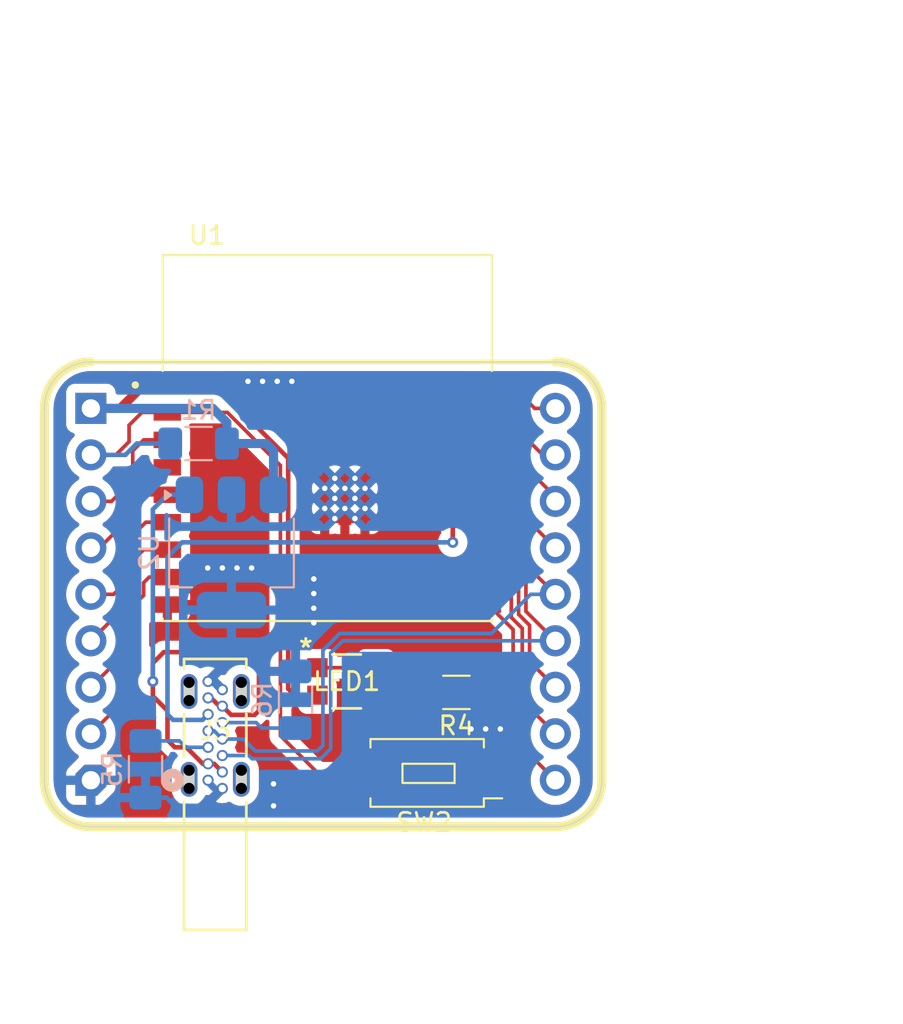
<source format=kicad_pcb>
(kicad_pcb (version 20240108) (generator "pcbnew") (generator_version "8.0")
  (layers (0 "F.Cu" signal) (31 "B.Cu" signal) (34 "B.Paste" user) (35 "F.Paste" user) (36 "B.SilkS" user "B.Silkscreen") (37 "F.SilkS" user "F.Silkscreen") (38 "B.Mask" user) (39 "F.Mask" user) (44 "Edge.Cuts" user))
  (net 0 "")
  (net 1 "GPIO3")
  (net 2 "GND")
  (net 3 "GPIO2")
  (net 4 "GPIO1")
  (net 5 "GPIO0")
  (net 6 "GPIO4")
  (net 7 "VBUS")
  (net 8 "GPIO7")
  (net 9 "USB_D+")
  (net 10 "UART-RX")
  (net 11 "USB_D-")
  (net 12 "GPIO5")
  (net 13 "GPIO8")
  (net 14 "UART-TX")
  (net 15 "GPIO10")
  (net 16 "EN")
  (net 17 "GPIO9")
  (net 18 "3V3")
  (net 19 "GPIO6")
  (net 21 "Net-(LED1-GND-Pad1)")
  (net 22 "Net-(J3-CC2)")
  (net 23 "Net-(J3-CC1)")
  (footprint "Alexander Footprint Library:ESP32-C3-WROOM-02-H4" (layer "F.Cu") (at 156.94 61.1)
    (property "Reference" "U1" (at -6.575 -11.085 0) (layer "F.SilkS"))
    (property "Value" "ESP32-C3-WROOM-02-N4")
    (fp_line (start -9 -10) (end -9 -3.67) (stroke (width 0.127)) (layer "F.SilkS"))
    (fp_line (start -9 10) (end -9 9.87) (stroke (width 0.127)) (layer "F.SilkS"))
    (fp_line (start -9 10) (end 9 10) (stroke (width 0.127)) (layer "F.SilkS"))
    (fp_line (start 9 -10) (end -9 -10) (stroke (width 0.127)) (layer "F.SilkS"))
    (fp_line (start 9 -3.67) (end 9 -10) (stroke (width 0.127)) (layer "F.SilkS"))
    (fp_line (start 9 10) (end 9 9.87) (stroke (width 0.127)) (layer "F.SilkS"))
    (fp_circle (center -10.5 -2.9) (end -10.4 -2.9) (stroke (width 0.2)) (fill none) (layer "F.SilkS"))
    (pad "1" smd rect (at -8.75 -2.9) (size 1.5 0.9) (layers "F.Cu" "F.Paste" "F.Mask") (net 18 "3V3"))
    (pad "2" smd rect (at -8.75 -1.4) (size 1.5 0.9) (layers "F.Cu" "F.Paste" "F.Mask") (net 16 "EN"))
    (pad "3" smd rect (at -8.75 0.1) (size 1.5 0.9) (layers "F.Cu" "F.Paste" "F.Mask") (net 6 "GPIO4"))
    (pad "4" smd rect (at -8.75 1.6) (size 1.5 0.9) (layers "F.Cu" "F.Paste" "F.Mask") (net 12 "GPIO5"))
    (pad "5" smd rect (at -8.75 3.1) (size 1.5 0.9) (layers "F.Cu" "F.Paste" "F.Mask") (net 19 "GPIO6"))
    (pad "6" smd rect (at -8.75 4.6) (size 1.5 0.9) (layers "F.Cu" "F.Paste" "F.Mask") (net 8 "GPIO7"))
    (pad "7" smd rect (at -8.75 6.1) (size 1.5 0.9) (layers "F.Cu" "F.Paste" "F.Mask") (net 13 "GPIO8"))
    (pad "8" smd rect (at -8.75 7.6) (size 1.5 0.9) (layers "F.Cu" "F.Paste" "F.Mask") (net 17 "GPIO9"))
    (pad "9" smd rect (at -8.75 9.1) (size 1.5 0.9) (layers "F.Cu" "F.Paste" "F.Mask") (net 2 "GND"))
    (pad "10" smd rect (at 8.75 9.1) (size 1.5 0.9) (layers "F.Cu" "F.Paste" "F.Mask") (net 15 "GPIO10"))
    (pad "11" smd rect (at 8.75 7.6) (size 1.5 0.9) (layers "F.Cu" "F.Paste" "F.Mask") (net 10 "UART-RX"))
    (pad "12" smd rect (at 8.75 6.1) (size 1.5 0.9) (layers "F.Cu" "F.Paste" "F.Mask") (net 14 "UART-TX"))
    (pad "13" smd rect (at 8.75 4.6) (size 1.5 0.9) (layers "F.Cu" "F.Paste" "F.Mask") (net 11 "USB_D-"))
    (pad "14" smd rect (at 8.75 3.1) (size 1.5 0.9) (layers "F.Cu" "F.Paste" "F.Mask") (net 9 "USB_D+"))
    (pad "15" smd rect (at 8.75 1.6) (size 1.5 0.9) (layers "F.Cu" "F.Paste" "F.Mask") (net 1 "GPIO3"))
    (pad "16" smd rect (at 8.75 0.1) (size 1.5 0.9) (layers "F.Cu" "F.Paste" "F.Mask") (net 3 "GPIO2"))
    (pad "17" smd rect (at 8.75 -1.4) (size 1.5 0.9) (layers "F.Cu" "F.Paste" "F.Mask") (net 4 "GPIO1"))
    (pad "18" smd rect (at 8.75 -2.9) (size 1.5 0.9) (layers "F.Cu" "F.Paste" "F.Mask") (net 5 "GPIO0"))
    (pad "19" smd rect (at -0.14 2.2) (size 0.7 0.7) (layers "F.Cu" "F.Paste" "F.Mask") (net 2 "GND"))
    (pad "20" smd rect (at 0.96 2.2) (size 0.7 0.7) (layers "F.Cu" "F.Paste" "F.Mask") (net 2 "GND"))
    (pad "21" smd rect (at 2.06 2.2) (size 0.7 0.7) (layers "F.Cu" "F.Paste" "F.Mask") (net 2 "GND"))
    (pad "22" smd rect (at -0.14 3.3) (size 0.7 0.7) (layers "F.Cu" "F.Paste" "F.Mask") (net 2 "GND"))
    (pad "23" smd rect (at 0.96 3.3) (size 0.7 0.7) (layers "F.Cu" "F.Paste" "F.Mask") (net 2 "GND"))
    (pad "24" smd rect (at 2.06 3.3) (size 0.7 0.7) (layers "F.Cu" "F.Paste" "F.Mask") (net 2 "GND"))
    (pad "25" smd rect (at -0.14 4.4) (size 0.7 0.7) (layers "F.Cu" "F.Paste" "F.Mask") (net 2 "GND"))
    (pad "26" smd rect (at 0.96 4.4) (size 0.7 0.7) (layers "F.Cu" "F.Paste" "F.Mask") (net 2 "GND"))
    (pad "27" smd rect (at 2.06 4.4) (size 0.7 0.7) (layers "F.Cu" "F.Paste" "F.Mask") (net 2 "GND"))
    (pad "28" thru_hole circle (at 0.41 2.2) (size 0.4 0.4) (drill 0.3) (layers "*.Cu") (net 2 "GND"))
    (pad "29" thru_hole circle (at 1.51 2.2) (size 0.4 0.4) (drill 0.3) (layers "*.Cu") (net 2 "GND"))
    (pad "30" thru_hole circle (at -0.14 2.75) (size 0.4 0.4) (drill 0.3) (layers "*.Cu") (net 2 "GND"))
    (pad "31" thru_hole circle (at 0.96 2.75) (size 0.4 0.4) (drill 0.3) (layers "*.Cu") (net 2 "GND"))
    (pad "32" thru_hole circle (at 2.06 2.75) (size 0.4 0.4) (drill 0.3) (layers "*.Cu") (net 2 "GND"))
    (pad "33" thru_hole circle (at 0.41 3.3) (size 0.4 0.4) (drill 0.3) (layers "*.Cu") (net 2 "GND"))
    (pad "34" thru_hole circle (at 1.51 3.3) (size 0.4 0.4) (drill 0.3) (layers "*.Cu") (net 2 "GND"))
    (pad "35" thru_hole circle (at -0.14 3.85) (size 0.4 0.4) (drill 0.3) (layers "*.Cu") (net 2 "GND"))
    (pad "36" thru_hole circle (at 0.96 3.85) (size 0.4 0.4) (drill 0.3) (layers "*.Cu") (net 2 "GND"))
    (pad "37" thru_hole circle (at 2.06 3.85) (size 0.4 0.4) (drill 0.3) (layers "*.Cu") (net 2 "GND"))
    (pad "38" thru_hole circle (at 0.41 4.4) (size 0.4 0.4) (drill 0.3) (layers "*.Cu") (net 2 "GND"))
    (pad "39" thru_hole circle (at 1.51 4.4) (size 0.4 0.4) (drill 0.3) (layers "*.Cu") (net 2 "GND"))
    (zone (net 0) (net_name "") (layer "F.Cu") (connect_pads (clearance 0)) (min_thickness 0.01)
      (keepout (tracks not_allowed) (vias not_allowed) (pads not_allowed) (copperpour not_allowed) (footprints allowed))
      (fill (thermal_gap 0.508) (thermal_bridge_width 0.508))
      (polygon (pts (xy 147.94 51.1) (xy 165.94 51.1) (xy 165.94 57.1) (xy 147.94 57.1)))
    )
    (zone (net 0) (net_name "") (layer "B.Cu") (connect_pads (clearance 0)) (min_thickness 0.01)
      (keepout (tracks not_allowed) (vias not_allowed) (pads not_allowed) (copperpour not_allowed) (footprints allowed))
      (fill (thermal_gap 0.508) (thermal_bridge_width 0.508))
      (polygon (pts (xy 147.94 51.1) (xy 165.94 51.1) (xy 165.94 57.1) (xy 147.94 57.1)))
    )
  )
  (footprint "Alexander Footprint Library:B1552_HVK-M" (layer "F.Cu") (at 158 74.4)
    (property "Reference" "LED1" (at 0 0 0) (layer "F.SilkS"))
    (property "Value" "LED-RED-GREEN-B1552USUG20D")
    (fp_line (start -0.777373 -1.4732) (end 0.777373 -1.4732) (stroke (width 0.1524)) (layer "F.SilkS"))
    (fp_line (start -0.777373 1.4732) (end 0.777373 1.4732) (stroke (width 0.1524)) (layer "F.SilkS"))
    (fp_text user "*" (at -2.2352 -1.8041 0) (layer "F.SilkS"))
    (fp_text user "*" (at -2.2352 -1.8041 0) (layer "F.SilkS"))
    (pad "1" smd rect (at -1.6002 -0.750001) (size 1.1176 1.0414) (layers "F.Cu" "F.Paste" "F.Mask") (net 21 "Net-(LED1-GND-Pad1)"))
    (pad "2" smd rect (at -1.6002 0.750001) (size 1.1176 1.0414) (layers "F.Cu" "F.Paste" "F.Mask") (net 18 "3V3"))
    (pad "3" smd rect (at 1.6002 0.750001) (size 1.1176 1.0414) (layers "F.Cu" "F.Paste" "F.Mask"))
    (pad "4" smd rect (at 1.6002 -0.750001) (size 1.1176 1.0414) (layers "F.Cu" "F.Paste" "F.Mask") (net 21 "Net-(LED1-GND-Pad1)"))
  )
  (footprint "Alexander Footprint Library:USB-C_KUSBX-SL-CS1N14-B_KYC" (layer "F.Cu") (at 150.419999 79.799999)
    (property "Reference" "J3" (at 0.39 -2.7 0) (layer "F.SilkS"))
    (property "Value" "USB-C_KUSBX-SL-CS1N14-B")
    (fp_circle (center -1.9468 0) (end -1.5658 0) (stroke (width 0.508)) (fill none) (layer "B.SilkS"))
    (fp_line (start -1.3118 -6.627) (end -1.3118 -6.087007) (stroke (width 0.1524)) (layer "F.SilkS"))
    (fp_line (start -1.3118 -3.612992) (end -1.3118 -1.287007) (stroke (width 0.1524)) (layer "F.SilkS"))
    (fp_line (start -1.3118 1.187007) (end -1.3118 8.1812) (stroke (width 0.1524)) (layer "F.SilkS"))
    (fp_line (start -1.3118 8.1812) (end 2.0918 8.1812) (stroke (width 0.1524)) (layer "F.SilkS"))
    (fp_line (start 2.0918 -6.627) (end -1.3118 -6.627) (stroke (width 0.1524)) (layer "F.SilkS"))
    (fp_line (start 2.0918 -6.087007) (end 2.0918 -6.627) (stroke (width 0.1524)) (layer "F.SilkS"))
    (fp_line (start 2.0918 -1.287007) (end 2.0918 -3.612992) (stroke (width 0.1524)) (layer "F.SilkS"))
    (fp_line (start 2.0918 8.1812) (end 2.0918 1.187007) (stroke (width 0.1524)) (layer "F.SilkS"))
    (fp_line (start -1.04 -4.354699) (end -1.04 -5.345299) (stroke (width 0.6096)) (layer "Edge.Cuts"))
    (fp_line (start -1.04 0.4453) (end -1.04 -0.5453) (stroke (width 0.6096)) (layer "Edge.Cuts"))
    (fp_line (start 1.82 -4.354699) (end 1.82 -5.345299) (stroke (width 0.6096)) (layer "Edge.Cuts"))
    (fp_line (start 1.82 0.4453) (end 1.82 -0.5453) (stroke (width 0.6096)) (layer "Edge.Cuts"))
    (pad "" np_thru_hole circle (at -1.04 -5.345299) (size 0.6096 0.6096) (drill 0.6096) (layers))
    (pad "" np_thru_hole circle (at -1.04 -4.354699) (size 0.6096 0.6096) (drill 0.6096) (layers))
    (pad "" np_thru_hole circle (at -1.04 -0.5453) (size 0.6096 0.6096) (drill 0.6096) (layers))
    (pad "" np_thru_hole circle (at -1.04 0.4453) (size 0.6096 0.6096) (drill 0.6096) (layers))
    (pad "" np_thru_hole circle (at 1.82 -5.345299) (size 0.6096 0.6096) (drill 0.6096) (layers))
    (pad "" np_thru_hole circle (at 1.82 -4.354699) (size 0.6096 0.6096) (drill 0.6096) (layers))
    (pad "" np_thru_hole circle (at 1.82 -0.5453) (size 0.6096 0.6096) (drill 0.6096) (layers))
    (pad "" np_thru_hole circle (at 1.82 0.4453) (size 0.6096 0.6096) (drill 0.6096) (layers))
    (pad "A1" thru_hole circle (at 0 0) (size 0.6096 0.6096) (drill 0.4064) (layers "*.Cu" "*.Mask") (net 2 "GND"))
    (pad "A4" thru_hole circle (at 0 -0.900001) (size 0.6096 0.6096) (drill 0.4064) (layers "*.Cu" "*.Mask") (net 7 "VBUS"))
    (pad "A5" thru_hole circle (at 0 -1.799999) (size 0.6096 0.6096) (drill 0.4064) (layers "*.Cu" "*.Mask") (net 23 "Net-(J3-CC1)"))
    (pad "A6" thru_hole circle (at 0 -2.7) (size 0.6096 0.6096) (drill 0.4064) (layers "*.Cu" "*.Mask") (net 9 "USB_D+"))
    (pad "A7" thru_hole circle (at 0 -3.6) (size 0.6096 0.6096) (drill 0.4064) (layers "*.Cu" "*.Mask") (net 11 "USB_D-"))
    (pad "A9" thru_hole circle (at 0 -4.499999) (size 0.6096 0.6096) (drill 0.4064) (layers "*.Cu" "*.Mask") (net 7 "VBUS"))
    (pad "A12" thru_hole circle (at 0 -5.399999) (size 0.6096 0.6096) (drill 0.4064) (layers "*.Cu" "*.Mask") (net 2 "GND"))
    (pad "B1" thru_hole circle (at 0.780001 -4.949999) (size 0.6096 0.6096) (drill 0.4064) (layers "*.Cu" "*.Mask") (net 2 "GND"))
    (pad "B4" thru_hole circle (at 0.780001 -4.049999) (size 0.6096 0.6096) (drill 0.4064) (layers "*.Cu" "*.Mask") (net 7 "VBUS"))
    (pad "B5" thru_hole circle (at 0.780001 -3.149999) (size 0.6096 0.6096) (drill 0.4064) (layers "*.Cu" "*.Mask") (net 22 "Net-(J3-CC2)"))
    (pad "B6" thru_hole circle (at 0.780001 -2.249999) (size 0.6096 0.6096) (drill 0.4064) (layers "*.Cu" "*.Mask") (net 9 "USB_D+"))
    (pad "B7" thru_hole circle (at 0.780001 -1.349999) (size 0.6096 0.6096) (drill 0.4064) (layers "*.Cu" "*.Mask") (net 11 "USB_D-"))
    (pad "B9" thru_hole circle (at 0.780001 -0.449999) (size 0.6096 0.6096) (drill 0.4064) (layers "*.Cu" "*.Mask") (net 7 "VBUS"))
    (pad "B12" thru_hole circle (at 0.780001 0.450001) (size 0.6096 0.6096) (drill 0.4064) (layers "*.Cu" "*.Mask") (net 2 "GND"))
    (pad "S_1" thru_hole oval (at -1.04 -0.05 90) (size 1.905 0.9144) (drill 0.0254) (layers "*.Cu" "*.Mask"))
    (pad "S_2" thru_hole oval (at 1.82 -0.05 90) (size 1.905 0.9144) (drill 0.0254) (layers "*.Cu" "*.Mask"))
    (pad "S_3" thru_hole oval (at -1.04 -4.849999 90) (size 1.905 0.9144) (drill 0.0254) (layers "*.Cu" "*.Mask"))
    (pad "S_4" thru_hole oval (at 1.82 -4.849999 90) (size 1.905 0.9144) (drill 0.0254) (layers "*.Cu" "*.Mask"))
  )
  (footprint "Alexander Footprint Library:Conn_ESP32-C3-WROOM-02" (layer "F.Cu") (at 159.25 64.56)
    (property "Reference" "J2" (hide yes))
    (property "Value" "~")
    (fp_line (start -17.78 -5.08) (end -17.78 15.24) (stroke (width 0.5)) (layer "F.SilkS"))
    (fp_line (start -15.24 -7.62) (end 10.16 -7.62) (stroke (width 0.25)) (layer "F.SilkS"))
    (fp_line (start -15.24 17.78) (end 10.16 17.78) (stroke (width 0.5)) (layer "F.SilkS"))
    (fp_line (start 12.7 -5.08) (end 12.7 15.24) (stroke (width 0.5)) (layer "F.SilkS"))
    (fp_arc (start -17.78 -5.08) (mid -17.036051 -6.876051) (end -15.24 -7.62) (stroke (width 0.5)) (layer "F.SilkS"))
    (fp_arc (start -15.24 17.78) (mid -17.036051 17.036051) (end -17.78 15.24) (stroke (width 0.5)) (layer "F.SilkS"))
    (fp_arc (start 10.16 -7.62) (mid 11.956051 -6.876051) (end 12.7 -5.08) (stroke (width 0.5)) (layer "F.SilkS"))
    (fp_arc (start 12.7 15.24) (mid 11.956051 17.036051) (end 10.16 17.78) (stroke (width 0.5)) (layer "F.SilkS"))
    (fp_line (start -17.78 15.24) (end -17.78 -5.08) (stroke (width 0.05)) (layer "Edge.Cuts"))
    (fp_line (start -15.24 -7.62) (end 10.16 -7.62) (stroke (width 0.05)) (layer "Edge.Cuts"))
    (fp_line (start 10.16 17.78) (end -15.24 17.78) (stroke (width 0.05)) (layer "Edge.Cuts"))
    (fp_line (start 12.7 -5.08) (end 12.7 15.24) (stroke (width 0.05)) (layer "Edge.Cuts"))
    (fp_arc (start -17.78 -5.08) (mid -17.036051 -6.876051) (end -15.24 -7.62) (stroke (width 0.05)) (layer "Edge.Cuts"))
    (fp_arc (start -15.24 17.78) (mid -17.036051 17.036051) (end -17.78 15.24) (stroke (width 0.05)) (layer "Edge.Cuts"))
    (fp_arc (start 10.16 -7.62) (mid 11.956051 -6.876051) (end 12.7 -5.08) (stroke (width 0.05)) (layer "Edge.Cuts"))
    (fp_arc (start 12.7 15.24) (mid 11.956051 17.036051) (end 10.16 17.78) (stroke (width 0.05)) (layer "Edge.Cuts"))
    (pad "1" thru_hole rect (at -15.24 -5.08) (size 1.7 1.7) (drill 1) (layers "*.Cu" "*.Mask") (net 18 "3V3"))
    (pad "2" thru_hole circle (at -15.24 -2.54) (size 1.7 1.7) (drill 1) (layers "*.Cu" "*.Mask") (net 16 "EN"))
    (pad "3" thru_hole circle (at -15.24 0) (size 1.7 1.7) (drill 1) (layers "*.Cu" "*.Mask") (net 6 "GPIO4"))
    (pad "4" thru_hole circle (at -15.24 2.54) (size 1.7 1.7) (drill 1) (layers "*.Cu" "*.Mask") (net 12 "GPIO5"))
    (pad "5" thru_hole circle (at -15.24 5.08) (size 1.7 1.7) (drill 1) (layers "*.Cu" "*.Mask") (net 19 "GPIO6"))
    (pad "6" thru_hole circle (at -15.24 7.62) (size 1.7 1.7) (drill 1) (layers "*.Cu" "*.Mask") (net 8 "GPIO7"))
    (pad "7" thru_hole circle (at -15.24 10.16) (size 1.7 1.7) (drill 1) (layers "*.Cu" "*.Mask") (net 13 "GPIO8"))
    (pad "8" thru_hole circle (at -15.24 12.7) (size 1.7 1.7) (drill 1) (layers "*.Cu" "*.Mask") (net 17 "GPIO9"))
    (pad "9" thru_hole roundrect (at -15.24 15.24) (size 1.7 1.7) (drill 1) (layers "*.Cu" "*.Mask") (roundrect_rratio 0) (chamfer_ratio 0.3) (chamfer top_left bottom_right) (net 2 "GND"))
    (pad "10" thru_hole circle (at 10.16 15.24) (size 1.7 1.7) (drill 1) (layers "*.Cu" "*.Mask") (net 15 "GPIO10"))
    (pad "11" thru_hole circle (at 10.16 12.7) (size 1.7 1.7) (drill 1) (layers "*.Cu" "*.Mask") (net 10 "UART-RX"))
    (pad "12" thru_hole circle (at 10.16 10.16) (size 1.7 1.7) (drill 1) (layers "*.Cu" "*.Mask") (net 14 "UART-TX"))
    (pad "13" thru_hole circle (at 10.16 7.62) (size 1.7 1.7) (drill 1) (layers "*.Cu" "*.Mask") (net 11 "USB_D-"))
    (pad "14" thru_hole circle (at 10.16 5.08) (size 1.7 1.7) (drill 1) (layers "*.Cu" "*.Mask") (net 9 "USB_D+"))
    (pad "15" thru_hole circle (at 10.16 2.54) (size 1.7 1.7) (drill 1) (layers "*.Cu" "*.Mask") (net 1 "GPIO3"))
    (pad "16" thru_hole circle (at 10.16 0) (size 1.7 1.7) (drill 1) (layers "*.Cu" "*.Mask") (net 3 "GPIO2"))
    (pad "17" thru_hole circle (at 10.16 -2.54) (size 1.7 1.7) (drill 1) (layers "*.Cu" "*.Mask") (net 4 "GPIO1"))
    (pad "18" thru_hole circle (at 10.16 -5.08) (size 1.7 1.7) (drill 1) (layers "*.Cu" "*.Mask") (net 5 "GPIO0"))
  )
  (footprint "Resistor_SMD:R_1206_3216Metric_Pad1.30x1.75mm_HandSolder" (layer "F.Cu") (at 164 75 180)
    (property "Reference" "R4" (at 0 -1.82 0) (layer "F.SilkS"))
    (property "Value" "5k1")
    (fp_line (start -0.727064 0.91) (end 0.727064 0.91) (stroke (width 0.12)) (layer "F.SilkS"))
    (fp_line (start -0.727064 -0.91) (end 0.727064 -0.91) (stroke (width 0.12)) (layer "F.SilkS"))
    (pad "1" smd roundrect (at -1.55 0 180) (size 1.3 1.75) (layers "F.Cu" "F.Paste" "F.Mask") (roundrect_rratio 0.192308) (net 2 "GND"))
    (pad "2" smd roundrect (at 1.55 0 180) (size 1.3 1.75) (layers "F.Cu" "F.Paste" "F.Mask") (roundrect_rratio 0.192308) (net 21 "Net-(LED1-GND-Pad1)"))
  )
  (footprint "Alexander Footprint Library:SW_PUSH_6x3.5mm" (layer "F.Cu") (at 165.65 79.4 180)
    (property "Reference" "SW2" (at 3.42 -2.7 0) (layer "F.SilkS"))
    (property "Value" "SW_Push_SMD_6x3.5")
    (fp_line (start 6.35 1.39) (end 6.35 1.85) (stroke (width 0.12)) (layer "F.SilkS"))
    (fp_line (start 6.35 -1.85) (end 6.35 -1.39) (stroke (width 0.12)) (layer "F.SilkS"))
    (fp_line (start 6.35 -1.85) (end 0.15 -1.85) (stroke (width 0.12)) (layer "F.SilkS"))
    (fp_line (start 0.15 1.85) (end 6.35 1.85) (stroke (width 0.12)) (layer "F.SilkS"))
    (fp_line (start 0.15 1.39) (end 0.15 1.85) (stroke (width 0.12)) (layer "F.SilkS"))
    (fp_line (start 0.15 -1.39) (end -0.85 -1.39) (stroke (width 0.12)) (layer "F.SilkS"))
    (fp_line (start 0.15 -1.85) (end 0.15 -1.39) (stroke (width 0.12)) (layer "F.SilkS"))
    (fp_rect (start 1.75 -0.55) (end 4.6 0.5) (stroke (width 0.12)) (fill none) (layer "F.SilkS"))
    (pad "1" smd rect (at 0 0 270) (size 2.25 2.25) (layers "F.Cu" "F.Paste" "F.Mask") (net 2 "GND"))
    (pad "2" smd oval (at 6.5 0 270) (size 2.25 2.25) (layers "F.Cu" "F.Paste" "F.Mask") (net 16 "EN"))
  )
  (footprint "Package_TO_SOT_SMD:SOT-223-3_TabPin2" (layer "B.Cu") (at 151.7 67.35 -90)
    (property "Reference" "U2" (at 0 4.5 90) (layer "B.SilkS") (effects (justify mirror)))
    (property "Value" "AMS1117-3V3")
    (fp_line (start 1.91 3.41) (end -1.85 3.41) (stroke (width 0.12)) (layer "B.SilkS"))
    (fp_line (start 1.91 2.15) (end 1.91 3.41) (stroke (width 0.12)) (layer "B.SilkS"))
    (fp_line (start 1.91 -2.15) (end 1.91 -3.41) (stroke (width 0.12)) (layer "B.SilkS"))
    (fp_line (start 1.91 -3.41) (end -1.85 -3.41) (stroke (width 0.12)) (layer "B.SilkS"))
    (fp_poly (pts (xy -3.13 3.31) (xy -3.37 3.64) (xy -2.89 3.64) (xy -3.13 3.31)) (stroke (width 0.12)) (fill solid) (layer "B.SilkS"))
    (pad "1" smd roundrect (at -3.15 2.3 270) (size 2 1.5) (layers "B.Cu" "B.Paste" "B.Mask") (net 7 "VBUS"))
    (pad "2" smd roundrect (at -3.15 0 270) (size 2 1.5) (layers "B.Cu" "B.Paste" "B.Mask") (net 2 "GND"))
    (pad "2" smd roundrect (at 3.15 0 270) (size 2 3.8) (layers "B.Cu" "B.Paste" "B.Mask") (net 2 "GND"))
    (pad "3" smd roundrect (at -3.15 -2.3 270) (size 2 1.5) (layers "B.Cu" "B.Paste" "B.Mask") (net 18 "3V3"))
  )
  (footprint "Resistor_SMD:R_1206_3216Metric_Pad1.30x1.75mm_HandSolder" (layer "B.Cu") (at 149.9 61.4 180)
    (property "Reference" "R1" (at 0 1.82 0) (layer "B.SilkS") (effects (justify mirror)))
    (property "Value" "10k")
    (fp_line (start 0.727064 0.91) (end -0.727064 0.91) (stroke (width 0.12)) (layer "B.SilkS"))
    (fp_line (start 0.727064 -0.91) (end -0.727064 -0.91) (stroke (width 0.12)) (layer "B.SilkS"))
    (pad "1" smd roundrect (at -1.55 0 180) (size 1.3 1.75) (layers "B.Cu" "B.Paste" "B.Mask") (roundrect_rratio 0.192308) (net 18 "3V3"))
    (pad "2" smd roundrect (at 1.55 0 180) (size 1.3 1.75) (layers "B.Cu" "B.Paste" "B.Mask") (roundrect_rratio 0.192308) (net 16 "EN"))
  )
  (footprint "Resistor_SMD:R_1206_3216Metric_Pad1.30x1.75mm_HandSolder" (layer "B.Cu") (at 147 79.2 -90)
    (property "Reference" "R5" (at 0 1.82 90) (layer "B.SilkS") (effects (justify mirror)))
    (property "Value" "5k1")
    (fp_line (start 0.727064 0.91) (end -0.727064 0.91) (stroke (width 0.12)) (layer "B.SilkS"))
    (fp_line (start 0.727064 -0.91) (end -0.727064 -0.91) (stroke (width 0.12)) (layer "B.SilkS"))
    (pad "1" smd roundrect (at -1.55 0 270) (size 1.3 1.75) (layers "B.Cu" "B.Paste" "B.Mask") (roundrect_rratio 0.192308) (net 23 "Net-(J3-CC1)"))
    (pad "2" smd roundrect (at 1.55 0 270) (size 1.3 1.75) (layers "B.Cu" "B.Paste" "B.Mask") (roundrect_rratio 0.192308) (net 2 "GND"))
  )
  (footprint "Resistor_SMD:R_1206_3216Metric_Pad1.30x1.75mm_HandSolder" (layer "B.Cu") (at 155.2 75.4 -90)
    (property "Reference" "R6" (at 0 1.82 90) (layer "B.SilkS") (effects (justify mirror)))
    (property "Value" "5k1")
    (fp_line (start 0.727064 0.91) (end -0.727064 0.91) (stroke (width 0.12)) (layer "B.SilkS"))
    (fp_line (start 0.727064 -0.91) (end -0.727064 -0.91) (stroke (width 0.12)) (layer "B.SilkS"))
    (pad "1" smd roundrect (at -1.55 0 270) (size 1.3 1.75) (layers "B.Cu" "B.Paste" "B.Mask") (roundrect_rratio 0.192308) (net 2 "GND"))
    (pad "2" smd roundrect (at 1.55 0 270) (size 1.3 1.75) (layers "B.Cu" "B.Paste" "B.Mask") (roundrect_rratio 0.192308) (net 22 "Net-(J3-CC2)"))
  )
  (segment (start 167.2 62.7) (end 167.8 63.3) (width 0.2) (layer "F.Cu") (net 1))
  (segment (start 165.69 62.7) (end 167.2 62.7) (width 0.2) (layer "F.Cu") (net 1))
  (segment (start 167.8 63.3) (end 167.8 65.49) (width 0.2) (layer "F.Cu") (net 1))
  (segment (start 167.8 65.49) (end 169.41 67.1) (width 0.2) (layer "F.Cu") (net 1))
  (via (at 151.2 68.2) (size 0.6) (drill 0.3) (layers "F.Cu" "B.Cu") (net 2))
  (via (at 166.4 77) (size 0.6) (drill 0.3) (layers "F.Cu" "B.Cu") (net 2))
  (via (at 153.4 58) (size 0.6) (drill 0.3) (layers "F.Cu" "B.Cu") (net 2))
  (via (at 156.2 71.2) (size 0.6) (drill 0.3) (layers "F.Cu" "B.Cu") (net 2))
  (via (at 164.8 77) (size 0.6) (drill 0.3) (layers "F.Cu" "B.Cu") (net 2))
  (via (at 152 68.2) (size 0.6) (drill 0.3) (layers "F.Cu" "B.Cu") (net 2))
  (via (at 156.2 69.6) (size 0.6) (drill 0.3) (layers "F.Cu" "B.Cu") (net 2))
  (via (at 154.2 58) (size 0.6) (drill 0.3) (layers "F.Cu" "B.Cu") (net 2))
  (via (at 154 81.2) (size 0.6) (drill 0.3) (layers "F.Cu" "B.Cu") (net 2))
  (via (at 152.6 58) (size 0.6) (drill 0.3) (layers "F.Cu" "B.Cu") (net 2))
  (via (at 154 80) (size 0.6) (drill 0.3) (layers "F.Cu" "B.Cu") (net 2))
  (via (at 156.2 70.4) (size 0.6) (drill 0.3) (layers "F.Cu" "B.Cu") (net 2))
  (via (at 165.6 77) (size 0.6) (drill 0.3) (layers "F.Cu" "B.Cu") (net 2))
  (via (at 156.2 68.8) (size 0.6) (drill 0.3) (layers "F.Cu" "B.Cu") (net 2))
  (via (at 152.8 68.2) (size 0.6) (drill 0.3) (layers "F.Cu" "B.Cu") (net 2))
  (via (at 155 58) (size 0.6) (drill 0.3) (layers "F.Cu" "B.Cu") (net 2))
  (via (at 150.4 68.2) (size 0.6) (drill 0.3) (layers "F.Cu" "B.Cu") (net 2))
  (segment (start 150.419999 79.799999) (end 150.87 80.25) (width 0.25) (layer "B.Cu") (net 2))
  (segment (start 151.2 74.85) (end 150.75 74.4) (width 0.5) (layer "B.Cu") (net 2))
  (segment (start 148.15 80.75) (end 147 80.75) (width 0.25) (layer "B.Cu") (net 2))
  (segment (start 150.25 81.2) (end 148.6 81.2) (width 0.25) (layer "B.Cu") (net 2))
  (segment (start 147.402499 81.152499) (end 147 80.75) (width 0.5) (layer "B.Cu") (net 2))
  (segment (start 151.2 80.25) (end 150.25 81.2) (width 0.25) (layer "B.Cu") (net 2))
  (segment (start 148.6 81.2) (end 148.15 80.75) (width 0.25) (layer "B.Cu") (net 2))
  (segment (start 150.87 80.25) (end 151.2 80.25) (width 0.25) (layer "B.Cu") (net 2))
  (segment (start 150.75 74.4) (end 150.419999 74.4) (width 0.5) (layer "B.Cu") (net 2))
  (segment (start 165.69 61.2) (end 166.3 61.2) (width 0.2) (layer "F.Cu") (net 3))
  (segment (start 166.3 61.2) (end 169.41 64.31) (width 0.2) (layer "F.Cu") (net 3))
  (segment (start 169.41 64.31) (end 169.41 64.56) (width 0.2) (layer "F.Cu") (net 3))
  (segment (start 165.69 59.7) (end 166.4 59.7) (width 0.2) (layer "F.Cu") (net 4))
  (segment (start 166.4 59.7) (end 168.72 62.02) (width 0.2) (layer "F.Cu") (net 4))
  (segment (start 168.72 62.02) (end 169.41 62.02) (width 0.2) (layer "F.Cu") (net 4))
  (segment (start 168.28 59.48) (end 167 58.2) (width 0.2) (layer "F.Cu") (net 5))
  (segment (start 167 58.2) (end 165.69 58.2) (width 0.2) (layer "F.Cu") (net 5))
  (segment (start 169.41 59.48) (end 168.28 59.48) (width 0.2) (layer "F.Cu") (net 5))
  (segment (start 148.19 61.2) (end 146.9 61.2) (width 0.2) (layer "F.Cu") (net 6))
  (segment (start 146.9 61.2) (end 146.3 61.8) (width 0.2) (layer "F.Cu") (net 6))
  (segment (start 146.3 63.4) (end 145.14 64.56) (width 0.2) (layer "F.Cu") (net 6))
  (segment (start 146.3 61.8) (end 146.3 63.4) (width 0.2) (layer "F.Cu") (net 6))
  (segment (start 145.14 64.56) (end 144.01 64.56) (width 0.2) (layer "F.Cu") (net 6))
  (segment (start 150.582551 75.3) (end 151.032551 75.75) (width 0.25) (layer "F.Cu") (net 7))
  (segment (start 147.4 75.2) (end 148.2 76) (width 0.25) (layer "F.Cu") (net 7))
  (segment (start 151.6775 76.2275) (end 151.2 75.75) (width 0.25) (layer "F.Cu") (net 7))
  (segment (start 152.8 72.8) (end 153.2 73.2) (width 0.25) (layer "F.Cu") (net 7))
  (segment (start 153.2 73.2) (end 153.2 76) (width 0.25) (layer "F.Cu") (net 7))
  (segment (start 150.749998 78.899998) (end 150.419999 78.899998) (width 0.25) (layer "F.Cu") (net 7))
  (segment (start 148 72.8) (end 152.8 72.8) (width 0.25) (layer "F.Cu") (net 7))
  (segment (start 152.9725 76.2275) (end 151.6775 76.2275) (width 0.25) (layer "F.Cu") (net 7))
  (segment (start 148.2 76) (end 148.2 77.6) (width 0.25) (layer "F.Cu") (net 7))
  (segment (start 153.2 76) (end 152.9725 76.2275) (width 0.25) (layer "F.Cu") (net 7))
  (segment (start 151.032551 75.75) (end 151.2 75.75) (width 0.25) (layer "F.Cu") (net 7))
  (segment (start 147.4 74.4) (end 147.4 73.4) (width 0.25) (layer "F.Cu") (net 7))
  (segment (start 149.231498 78) (end 150.131496 78.899998) (width 0.25) (layer "F.Cu") (net 7))
  (segment (start 148.2 77.6) (end 148.6 78) (width 0.25) (layer "F.Cu") (net 7))
  (segment (start 150.131496 78.899998) (end 150.429325 78.899998) (width 0.25) (layer "F.Cu") (net 7))
  (segment (start 147.4 73.4) (end 148 72.8) (width 0.25) (layer "F.Cu") (net 7))
  (segment (start 150.749998 78.899998) (end 151.2 79.35) (width 0.25) (layer "F.Cu") (net 7))
  (segment (start 147.4 74.4) (end 147.4 75.2) (width 0.25) (layer "F.Cu") (net 7))
  (segment (start 148.6 78) (end 149.231498 78) (width 0.25) (layer "F.Cu") (net 7))
  (segment (start 150.419999 78.899998) (end 150.6 78.899998) (width 0.25) (layer "F.Cu") (net 7))
  (via (at 147.4 74.4) (size 0.6) (drill 0.3) (layers "F.Cu" "B.Cu") (net 7))
  (segment (start 148.2 64.2) (end 149.4 64.2) (width 0.25) (layer "B.Cu") (net 7))
  (segment (start 147.4 65) (end 148.2 64.2) (width 0.25) (layer "B.Cu") (net 7))
  (segment (start 147.4 74.4) (end 147.4 65) (width 0.25) (layer "B.Cu") (net 7))
  (segment (start 148.19 65.7) (end 147.015686 65.7) (width 0.2) (layer "F.Cu") (net 8))
  (segment (start 146.1 66.615686) (end 146.1 69.358628) (width 0.2) (layer "F.Cu") (net 8))
  (segment (start 146.1 69.358628) (end 145.8 69.658628) (width 0.2) (layer "F.Cu") (net 8))
  (segment (start 145.8 69.658628) (end 145.8 70.39) (width 0.2) (layer "F.Cu") (net 8))
  (segment (start 147.015686 65.7) (end 146.1 66.615686) (width 0.2) (layer "F.Cu") (net 8))
  (segment (start 145.8 70.39) (end 144.01 72.18) (width 0.2) (layer "F.Cu") (net 8))
  (segment (start 167.8 66.055686) (end 167.8 68.03) (width 0.2) (layer "F.Cu") (net 9))
  (segment (start 165.69 64.2) (end 167.1 64.2) (width 0.2) (layer "F.Cu") (net 9))
  (segment (start 167.8 68.03) (end 169.41 69.64) (width 0.2) (layer "F.Cu") (net 9))
  (segment (start 167.4 64.5) (end 167.4 65.655686) (width 0.2) (layer "F.Cu") (net 9))
  (segment (start 167.1 64.2) (end 167.4 64.5) (width 0.2) (layer "F.Cu") (net 9))
  (segment (start 167.4 65.655686) (end 167.8 66.055686) (width 0.2) (layer "F.Cu") (net 9))
  (segment (start 150.749999 77.099999) (end 151.2 77.55) (width 0.2) (layer "B.Cu") (net 9))
  (segment (start 165.92 71.78) (end 168.06 69.64) (width 0.2) (layer "B.Cu") (net 9))
  (segment (start 153 78.2) (end 156.4 78.2) (width 0.2) (layer "B.Cu") (net 9))
  (segment (start 156.4 78.2) (end 156.7 77.9) (width 0.2) (layer "B.Cu") (net 9))
  (segment (start 156.7 72.7) (end 157.62 71.78) (width 0.2) (layer "B.Cu") (net 9))
  (segment (start 151.2 77.55) (end 152.35 77.55) (width 0.2) (layer "B.Cu") (net 9))
  (segment (start 157.62 71.78) (end 165.92 71.78) (width 0.2) (layer "B.Cu") (net 9))
  (segment (start 156.7 77.9) (end 156.7 72.7) (width 0.2) (layer "B.Cu") (net 9))
  (segment (start 152.35 77.55) (end 153 78.2) (width 0.2) (layer "B.Cu") (net 9))
  (segment (start 150.419999 77.099999) (end 150.749999 77.099999) (width 0.2) (layer "B.Cu") (net 9))
  (segment (start 168.06 69.64) (end 169.41 69.64) (width 0.2) (layer "B.Cu") (net 9))
  (segment (start 167 69.71) (end 167 70.901372) (width 0.2) (layer "F.Cu") (net 10))
  (segment (start 167.6 71.501372) (end 167.6 75.45) (width 0.2) (layer "F.Cu") (net 10))
  (segment (start 165.99 68.7) (end 167 69.71) (width 0.2) (layer "F.Cu") (net 10))
  (segment (start 165.69 68.7) (end 165.99 68.7) (width 0.2) (layer "F.Cu") (net 10))
  (segment (start 167 70.901372) (end 167.6 71.501372) (width 0.2) (layer "F.Cu") (net 10))
  (segment (start 167.6 75.45) (end 169.41 77.26) (width 0.2) (layer "F.Cu") (net 10))
  (segment (start 164.1 65.7) (end 165.69 65.7) (width 0.25) (layer "F.Cu") (net 11))
  (segment (start 167.4 67.11) (end 167.4 68.195686) (width 0.2) (layer "F.Cu") (net 11))
  (segment (start 167.4 68.195686) (end 167.8 68.595686) (width 0.2) (layer "F.Cu") (net 11))
  (segment (start 163.8 66.8) (end 163.8 66) (width 0.25) (layer "F.Cu") (net 11))
  (segment (start 165.69 65.7) (end 165.99 65.7) (width 0.2) (layer "F.Cu") (net 11))
  (segment (start 167.8 68.595686) (end 167.8 70.57) (width 0.2) (layer "F.Cu") (net 11))
  (segment (start 165.99 65.7) (end 167.4 67.11) (width 0.2) (layer "F.Cu") (net 11))
  (segment (start 167.8 70.57) (end 169.41 72.18) (width 0.2) (layer "F.Cu") (net 11))
  (segment (start 163.8 66) (end 164.1 65.7) (width 0.25) (layer "F.Cu") (net 11))
  (via (at 163.8 66.8) (size 0.6) (drill 0.3) (layers "F.Cu" "B.Cu") (net 11))
  (segment (start 157.125 73.255) (end 157.125 72.840686) (width 0.2) (layer "B.Cu") (net 11))
  (segment (start 148.504799 76.504799) (end 150.115199 76.504799) (width 0.25) (layer "B.Cu") (net 11))
  (segment (start 148.2 67.6) (end 148.2 76.2) (width 0.25) (layer "B.Cu") (net 11))
  (segment (start 148.2 76.2) (end 148.504799 76.504799) (width 0.25) (layer "B.Cu") (net 11))
  (segment (start 151.2 78.45) (end 152.648959 78.45) (width 0.2) (layer "B.Cu") (net 11))
  (segment (start 156.576041 78.625) (end 157.125 78.076041) (width 0.2) (layer "B.Cu") (net 11))
  (segment (start 157.785686 72.18) (end 169.41 72.18) (width 0.2) (layer "B.Cu") (net 11))
  (segment (start 157.125 78.076041) (end 157.125 73.255) (width 0.2) (layer "B.Cu") (net 11))
  (segment (start 163.8 66.8) (end 149 66.8) (width 0.25) (layer "B.Cu") (net 11))
  (segment (start 152.823959 78.625) (end 156.576041 78.625) (width 0.2) (layer "B.Cu") (net 11))
  (segment (start 150.115199 76.504799) (end 150.419999 76.199999) (width 0.25) (layer "B.Cu") (net 11))
  (segment (start 152.648959 78.45) (end 152.823959 78.625) (width 0.2) (layer "B.Cu") (net 11))
  (segment (start 157.125 72.840686) (end 157.785686 72.18) (width 0.2) (layer "B.Cu") (net 11))
  (segment (start 149 66.8) (end 148.2 67.6) (width 0.25) (layer "B.Cu") (net 11))
  (segment (start 148.19 62.7) (end 147.1 62.7) (width 0.2) (layer "F.Cu") (net 12))
  (segment (start 145.8 65.784314) (end 144.484314 67.1) (width 0.2) (layer "F.Cu") (net 12))
  (segment (start 146.7 63.1) (end 146.7 63.565686) (width 0.2) (layer "F.Cu") (net 12))
  (segment (start 146.7 63.565686) (end 145.8 64.465686) (width 0.2) (layer "F.Cu") (net 12))
  (segment (start 145.8 64.465686) (end 145.8 65.784314) (width 0.2) (layer "F.Cu") (net 12))
  (segment (start 144.484314 67.1) (end 144.01 67.1) (width 0.2) (layer "F.Cu") (net 12))
  (segment (start 147.1 62.7) (end 146.7 63.1) (width 0.2) (layer "F.Cu") (net 12))
  (segment (start 146.5 67.6) (end 146.499999 69.524314) (width 0.2) (layer "F.Cu") (net 13))
  (segment (start 148.19 67.2) (end 146.9 67.2) (width 0.2) (layer "F.Cu") (net 13))
  (segment (start 146.499999 69.524314) (end 146.2 69.824313) (width 0.2) (layer "F.Cu") (net 13))
  (segment (start 146.9 67.2) (end 146.5 67.6) (width 0.2) (layer "F.Cu") (net 13))
  (segment (start 146.2 69.824313) (end 146.2 72.53) (width 0.2) (layer "F.Cu") (net 13))
  (segment (start 146.2 72.53) (end 144.01 74.72) (width 0.2) (layer "F.Cu") (net 13))
  (segment (start 167.4 68.761372) (end 167.4 70.735686) (width 0.2) (layer "F.Cu") (net 14))
  (segment (start 167.4 70.735686) (end 168 71.335686) (width 0.2) (layer "F.Cu") (net 14))
  (segment (start 165.69 67.2) (end 166.3 67.2) (width 0.2) (layer "F.Cu") (net 14))
  (segment (start 167 68.361372) (end 167.4 68.761372) (width 0.2) (layer "F.Cu") (net 14))
  (segment (start 168 71.335686) (end 168 73.31) (width 0.2) (layer "F.Cu") (net 14))
  (segment (start 167 67.9) (end 167 68.361372) (width 0.2) (layer "F.Cu") (net 14))
  (segment (start 166.3 67.2) (end 167 67.9) (width 0.2) (layer "F.Cu") (net 14))
  (segment (start 168 73.31) (end 169.41 74.72) (width 0.2) (layer "F.Cu") (net 14))
  (segment (start 167.9 76.315686) (end 167.9 78.29) (width 0.2) (layer "F.Cu") (net 15))
  (segment (start 165.732942 70.2) (end 167.1 71.567058) (width 0.2) (layer "F.Cu") (net 15))
  (segment (start 167.9 78.29) (end 169.41 79.8) (width 0.2) (layer "F.Cu") (net 15))
  (segment (start 165.69 70.2) (end 165.732942 70.2) (width 0.2) (layer "F.Cu") (net 15))
  (segment (start 167.1 71.567058) (end 167.1 75.515686) (width 0.2) (layer "F.Cu") (net 15))
  (segment (start 167.1 75.515686) (end 167.9 76.315686) (width 0.2) (layer "F.Cu") (net 15))
  (segment (start 151.475 59.7) (end 148.19 59.7) (width 0.2) (layer "F.Cu") (net 16))
  (segment (start 154.375 62.6) (end 151.475 59.7) (width 0.2) (layer "F.Cu") (net 16))
  (segment (start 146.8 59.7) (end 146.1 60.4) (width 0.2) (layer "F.Cu") (net 16))
  (segment (start 145.38 62.02) (end 144.01 62.02) (width 0.2) (layer "F.Cu") (net 16))
  (segment (start 154.375 77.365) (end 154.375 62.6) (width 0.2) (layer "F.Cu") (net 16))
  (segment (start 156.41 79.4) (end 155.905 78.895) (width 0.2) (layer "F.Cu") (net 16))
  (segment (start 146.1 60.4) (end 146.1 61.3) (width 0.2) (layer "F.Cu") (net 16))
  (segment (start 155.905 78.895) (end 154.375 77.365) (width 0.2) (layer "F.Cu") (net 16))
  (segment (start 148.19 59.7) (end 146.8 59.7) (width 0.2) (layer "F.Cu") (net 16))
  (segment (start 159.15 79.4) (end 156.41 79.4) (width 0.2) (layer "F.Cu") (net 16))
  (segment (start 146.1 61.3) (end 145.38 62.02) (width 0.2) (layer "F.Cu") (net 16))
  (segment (start 148.35 61.4) (end 146.52 61.4) (width 0.25) (layer "B.Cu") (net 16))
  (segment (start 144.01 62.02) (end 145.9 62.02) (width 0.25) (layer "B.Cu") (net 16))
  (segment (start 146.52 61.4) (end 145.9 62.02) (width 0.25) (layer "B.Cu") (net 16))
  (segment (start 148.19 68.7) (end 147.2 68.7) (width 0.2) (layer "F.Cu") (net 17))
  (segment (start 145.8 75.47) (end 144.01 77.26) (width 0.2) (layer "F.Cu") (net 17))
  (segment (start 146.6 72.695686) (end 145.8 73.495686) (width 0.2) (layer "F.Cu") (net 17))
  (segment (start 147.2 68.7) (end 146.9 69) (width 0.2) (layer "F.Cu") (net 17))
  (segment (start 146.9 69) (end 146.9 69.69) (width 0.2) (layer "F.Cu") (net 17))
  (segment (start 146.665685 69.924314) (end 146.6 69.989999) (width 0.2) (layer "F.Cu") (net 17))
  (segment (start 145.8 73.495686) (end 145.8 75.47) (width 0.2) (layer "F.Cu") (net 17))
  (segment (start 146.6 69.989999) (end 146.6 72.695686) (width 0.2) (layer "F.Cu") (net 17))
  (segment (start 146.9 69.69) (end 146.665685 69.924314) (width 0.2) (layer "F.Cu") (net 17))
  (segment (start 156.150001 75.150001) (end 155.150001 75.150001) (width 0.25) (layer "F.Cu") (net 18))
  (segment (start 146.9 58.2) (end 145.62 59.48) (width 0.5) (layer "F.Cu") (net 18))
  (segment (start 154.8 62.2) (end 150.8 58.2) (width 0.25) (layer "F.Cu") (net 18))
  (segment (start 145.62 59.48) (end 144.01 59.48) (width 0.5) (layer "F.Cu") (net 18))
  (segment (start 156.3998 75.150001) (end 156.150001 75.150001) (width 0.5) (layer "F.Cu") (net 18))
  (segment (start 154.8 74.8) (end 154.8 62.2) (width 0.25) (layer "F.Cu") (net 18))
  (segment (start 155.150001 75.150001) (end 154.8 74.8) (width 0.25) (layer "F.Cu") (net 18))
  (segment (start 148.19 58.2) (end 146.9 58.2) (width 0.5) (layer "F.Cu") (net 18))
  (segment (start 150.8 58.2) (end 148.19 58.2) (width 0.25) (layer "F.Cu") (net 18))
  (segment (start 154 61.8) (end 154 64.2) (width 0.5) (layer "B.Cu") (net 18))
  (segment (start 151.45 61.4) (end 153.6 61.4) (width 0.5) (layer "B.Cu") (net 18))
  (segment (start 150.68 59.48) (end 151.45 60.25) (width 0.5) (layer "B.Cu") (net 18))
  (segment (start 153.6 61.4) (end 154 61.8) (width 0.5) (layer "B.Cu") (net 18))
  (segment (start 144.03 59.5) (end 144.01 59.48) (width 0.2) (layer "B.Cu") (net 18))
  (segment (start 144.01 59.48) (end 150.68 59.48) (width 0.5) (layer "B.Cu") (net 18))
  (segment (start 151.45 60.25) (end 151.45 61.4) (width 0.5) (layer "B.Cu") (net 18))
  (segment (start 146.2 64.8) (end 146.2 65.95) (width 0.2) (layer "F.Cu") (net 19))
  (segment (start 145.7 69.192942) (end 145.252942 69.64) (width 0.2) (layer "F.Cu") (net 19))
  (segment (start 148.19 64.2) (end 146.8 64.2) (width 0.2) (layer "F.Cu") (net 19))
  (segment (start 145.7 66.45) (end 145.7 69.192942) (width 0.2) (layer "F.Cu") (net 19))
  (segment (start 145.252942 69.64) (end 144.01 69.64) (width 0.2) (layer "F.Cu") (net 19))
  (segment (start 146.2 65.95) (end 145.7 66.45) (width 0.2) (layer "F.Cu") (net 19))
  (segment (start 146.8 64.2) (end 146.2 64.8) (width 0.2) (layer "F.Cu") (net 19))
  (segment (start 162.45 74.549998) (end 162.45 75) (width 0.2) (layer "F.Cu") (net 21))
  (segment (start 156.3998 73.649999) (end 159.6002 73.649999) (width 0.2) (layer "F.Cu") (net 21))
  (segment (start 159.6002 73.649999) (end 161.550001 73.649999) (width 0.2) (layer "F.Cu") (net 21))
  (segment (start 161.550001 73.649999) (end 162.45 74.549998) (width 0.2) (layer "F.Cu") (net 21))
  (segment (start 153.35 76.95) (end 155.2 76.95) (width 0.2) (layer "B.Cu") (net 22))
  (segment (start 151.2 76.65) (end 153.05 76.65) (width 0.2) (layer "B.Cu") (net 22))
  (segment (start 153.05 76.65) (end 153.35 76.95) (width 0.2) (layer "B.Cu") (net 22))
  (segment (start 150.419999 78) (end 149.2 78) (width 0.2) (layer "B.Cu") (net 23))
  (segment (start 149.2 78) (end 148.85 77.65) (width 0.2) (layer "B.Cu") (net 23))
  (segment (start 148.85 77.65) (end 147 77.65) (width 0.2) (layer "B.Cu") (net 23))
  (zone (net 2) (net_name "GND") (layer "F.Cu") (connect_pads (clearance 0.5)) (min_thickness 0.25) (fill yes (thermal_gap 0.5) (thermal_bridge_width 0.5))
    (polygon (pts (xy 141.1 56.6) (xy 172.6 56.6) (xy 172.6 83) (xy 141 83)))
  )
  (zone (net 2) (net_name "GND") (layer "B.Cu") (priority 1) (connect_pads (clearance 0.5)) (min_thickness 0.25) (fill yes (thermal_gap 0.5) (thermal_bridge_width 0.5))
    (polygon (pts (xy 141.1 56.5) (xy 172.6 56.6) (xy 172.6 83) (xy 141 83.1)))
  )
)
</source>
